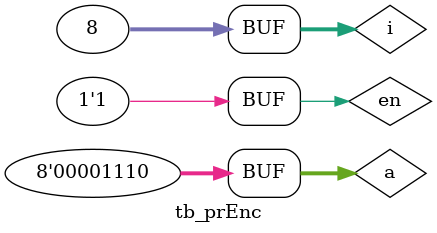
<source format=v>
module tb_prEnc();

   reg [7:0]a;
   reg en;
   wire [2:0]y;

integer i;
Pr_Encoder8x3 E1(

   .a(a),
   .en(en),
   .y(y)
);


initial begin

  $monitor("a=%b   y=%b  en=%d",a,y,en);
  #1  a=0; en=0;
  for(i=0;i<8;i=i+1) begin
   #1 a=(1<<i); en=1;
  end
   #1;a=8'b111100000;en=1;
   #1;a=4'b10111110;en=1;
   #1;a=4'b00111110;en=1;
  

end

endmodule

</source>
